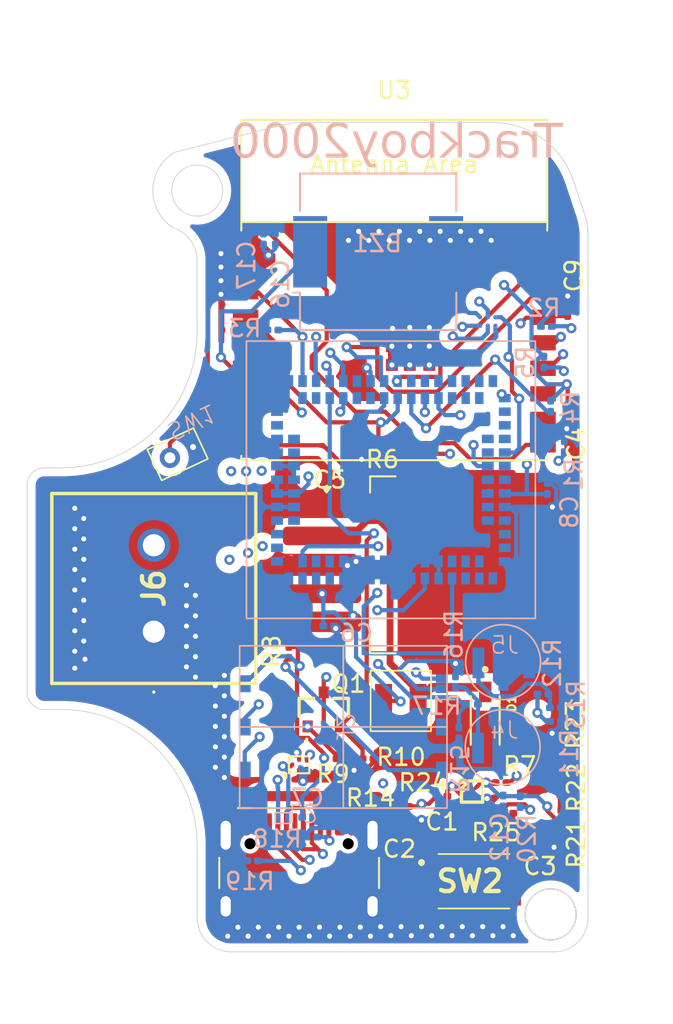
<source format=kicad_pcb>
(kicad_pcb (version 20240108) (generator "pcbnew") (generator_version "8.0")
  (layers (0 "F.Cu" signal) (1 "In1.Cu" signal) (2 "In2.Cu" signal) (31 "B.Cu" jumper) (34 "B.Paste" user) (35 "F.Paste" user) (36 "B.SilkS" user "B.Silkscreen") (37 "F.SilkS" user "F.Silkscreen") (38 "B.Mask" user) (39 "F.Mask" user) (44 "Edge.Cuts" user))
  (net 0 "")
  (net 1 "GND")
  (net 2 "LTE_TX0")
  (net 3 "P2{slash}GPIO0{slash}3V3_EN")
  (net 4 "LTE_RST")
  (net 5 "+3V3")
  (net 6 "LTE_RTS0")
  (net 7 "LTE_CTS0")
  (net 8 "LTE_RX0")
  (net 9 "Net-(D1-K)")
  (net 10 "GNSS_EN")
  (net 14 "LTE_CTS1")
  (net 15 "LTE_RX2")
  (net 17 "VSIM")
  (net 19 "VBUS")
  (net 21 "SIM_CLK")
  (net 22 "RES{slash}FFF_FFH")
  (net 26 "LTE_ANT")
  (net 27 "LTE_TX1")
  (net 34 "JTAG_TRSTN")
  (net 35 "LTE_RTS1")
  (net 37 "LTE_WAKE")
  (net 40 "LTE_TX2")
  (net 45 "GNSS_RF")
  (net 46 "SIM_IO")
  (net 49 "PS_STATUS")
  (net 50 "JTAG_TCK")
  (net 54 "JTAG_TDI")
  (net 55 "LTE_RX1")
  (net 57 "JTAG_TMS")
  (net 58 "SIM_DETECT")
  (net 63 "1V8_LTE")
  (net 65 "SIM_RST")
  (net 72 "JTAG_TDO")
  (net 73 "Net-(FL1-Pad1)")
  (net 74 "Net-(FL1-Pad4)")
  (net 76 "Net-(U5-RF_IN)")
  (net 77 "Net-(J5-SIG)")
  (net 78 "Net-(J4-SIG)")
  (net 79 "Net-(J1-CC2)")
  (net 80 "Net-(J1-CC1)")
  (net 83 "USB_D-")
  (net 84 "USB_D+")
  (net 85 "+1V8")
  (net 86 "Net-(J2-CD)")
  (net 87 "Net-(R21-Pad2)")
  (net 88 "Net-(R22-Pad2)")
  (net 89 "P0{slash}RX0")
  (net 90 "P1{slash}TX0")
  (net 91 "BUZZ+")
  (net 92 "SW_OUT")
  (net 93 "Net-(GM02SP1-VBAT-Pad60)")
  (net 94 "RST")
  (net 95 "Net-(U4-VIN)")
  (footprint "Capacitor_SMD:C_0201_0603Metric" (layer "F.Cu") (at 147.28 108.8)
    (property "Reference" "C2")
    (property "Value" "10uF")
  )
  (footprint "Capacitor_SMD:C_0201_0603Metric" (layer "F.Cu") (at 156.8 78.055 90)
    (property "Reference" "C9")
    (property "Value" "DNP")
  )
  (footprint "1N5819HW-7-F:SOD3715X145N" (layer "F.Cu") (at 151.95 102.15 -90)
    (property "Reference" "D1")
    (property "Value" "1N5819")
  )
  (footprint "Resistor_SMD:R_0201_0603Metric" (layer "F.Cu") (at 147.145 107.2)
    (property "Reference" "R14")
    (property "Value" "0")
  )
  (footprint "Filter:Filter_1109-5_1.1x0.9mm" (layer "F.Cu") (at 141 104.75)
    (property "Reference" "FL1" (hide yes))
    (property "Value" "B39162B8813P810")
  )
  (footprint "Capacitor_SMD:C_0201_0603Metric" (layer "F.Cu") (at 144 87.88 90)
    (property "Reference" "C5")
    (property "Value" "100uF")
  )
  (footprint "Resistor_SMD:R_0201_0603Metric" (layer "F.Cu") (at 152.88 105.8)
    (property "Reference" "R7")
    (property "Value" "100k")
  )
  (footprint "Resistor_SMD:R_0201_0603Metric" (layer "F.Cu") (at 145.345 87.6)
    (property "Reference" "R6")
    (property "Value" "100k")
  )
  (footprint "Connector_USB:USB_C_Receptacle_HCTL_HC-TYPE-C-16P-01A" (layer "F.Cu") (at 141 112)
    (property "Reference" "J1" (hide yes))
    (property "Value" "USB_C_Receptacle_USB2.0_16P")
  )
  (footprint "Resistor_SMD:R_0201_0603Metric" (layer "F.Cu") (at 156.4 104.655 90)
    (property "Reference" "R23")
    (property "Value" "10k")
  )
  (footprint "Inductor_SMD:Inductor 0.47uH" (layer "F.Cu") (at 145.206 99.222)
    (property "Reference" "L1" (hide yes))
    (property "Value" "0.47uH")
  )
  (footprint "Capacitor_SMD:C_0201_0603Metric" (layer "F.Cu") (at 156.8 84.2 -90)
    (property "Reference" "C4")
    (property "Value" "1uF")
  )
  (footprint "PCM_Espressif:ESP32-C3-WROOM-02" (layer "F.Cu") (at 146.6 79.85)
    (property "Reference" "U3")
    (property "Value" "ESP32-C3-WROOM-02")
  )
  (footprint "Resistor_SMD:R_0201_0603Metric" (layer "F.Cu") (at 156.4 107.745 90)
    (property "Reference" "R21")
    (property "Value" "100k")
  )
  (footprint "Resistor_SMD:R_0201_0603Metric" (layer "F.Cu") (at 145.055 104.4 180)
    (property "Reference" "R10")
    (property "Value" "100k")
  )
  (footprint "Resistor_SMD:R_0201_0603Metric" (layer "F.Cu") (at 143.52 104.4 180)
    (property "Reference" "R9")
    (property "Value" "100k")
  )
  (footprint "Resistor_SMD:R_0201_0603Metric" (layer "F.Cu") (at 153.28 107.6)
    (property "Reference" "R25")
    (property "Value" "10k")
  )
  (footprint "Capacitor_SMD:C_0201_0603Metric" (layer "F.Cu") (at 155.12 109.6)
    (property "Reference" "C3")
    (property "Value" "10uF")
  )
  (footprint "Resistor_SMD:R_0201_0603Metric" (layer "F.Cu") (at 149.4 106.6 180)
    (property "Reference" "R24")
    (property "Value" "0")
  )
  (footprint "Resistor_SMD:R_0201_0603Metric" (layer "F.Cu") (at 140.4 98.145 90)
    (property "Reference" "R8")
    (property "Value" "4.7k")
  )
  (footprint "Module:BGA4C35P2X2_66X66X40" (layer "F.Cu") (at 151.175 106.325)
    (property "Reference" "IC1" (hide yes))
    (property "Value" "TPS7A0518PYKAR" (hide yes))
  )
  (footprint "NX3008PBK,215:NX3008PBK215" (layer "F.Cu") (at 142.45 101.5)
    (property "Reference" "Q1")
    (property "Value" "NX3008PBK,215" (hide yes))
  )
  (footprint "Capacitor_SMD:C_0201_0603Metric" (layer "F.Cu") (at 147.255 108)
    (property "Reference" "C1")
    (property "Value" "100nF")
  )
  (footprint "Switch_fra_tutorial:PTS815SJK250SMTRLFS" (layer "F.Cu") (at 151.3 111.6)
    (property "Reference" "SW2")
    (property "Value" "SW_RST" (hide yes))
  )
  (footprint "Package_TO_SOT_SMD:TO-263-5_TabPin3" (layer "F.Cu") (at 150 93)
    (property "Reference" "U4" (hide yes))
    (property "Value" "LM2575-3.3BU")
  )
  (footprint "158130:1548130" (layer "F.Cu") (at 132.449999 96.93 90)
    (property "Reference" "J6")
    (property "Value" "1548130" (hide yes))
  )
  (footprint "Resistor_SMD:R_0201_0603Metric" (layer "F.Cu") (at 156.345 106.2 90)
    (property "Reference" "R22")
    (property "Value" "10k")
  )
  (footprint "Resistor_SMD:R_0201_0603Metric" (layer "B.Cu") (at 155.4 81.08 -90)
    (property "Reference" "R5")
    (property "Value" "100k")
  )
  (footprint "Resistor_SMD:R_0201_0603Metric" (layer "B.Cu") (at 150.4 102.88 90)
    (property "Reference" "R15")
    (property "Value" "DNP")
  )
  (footprint "Capacitor_SMD:C_0201_0603Metric" (layer "B.Cu") (at 138.9 73.85 90)
    (property "Reference" "C17")
    (property "Value" "100nF")
  )
  (footprint "Resistor_SMD:R_0201_0603Metric" (layer "B.Cu") (at 155.345 100.6 180)
    (property "Reference" "R12")
    (property "Value" "0R0")
  )
  (footprint "Buzzer_Beeper:Buzzer_CUI_CPT-9019S-SMT" (layer "B.Cu") (at 145.65 74.6)
    (property "Reference" "BZ1")
    (property "Value" "Buzzer")
  )
  (footprint "RF:SIM8055-6-1-14-01-A" (layer "B.Cu") (at 149.7 107.3 90)
    (property "Reference" "J2")
    (property "Value" "SIM8055-6-1-14-00-1" (hide yes))
  )
  (footprint "Capacitor_SMD:C_0201_0603Metric" (layer "B.Cu") (at 139.6 73.85 90)
    (property "Reference" "C16")
    (property "Value" "10uF")
  )
  (footprint "Resistor_SMD:R_0201_0603Metric" (layer "B.Cu") (at 141.745 109 180)
    (property "Reference" "R18")
    (property "Value" "5.1k")
  )
  (footprint "Resistor_SMD:R_0201_0603Metric" (layer "B.Cu") (at 155.55 78.99 180)
    (property "Reference" "R2")
    (property "Value" "100k")
  )
  (footprint "Resistor_SMD:R_0201_0603Metric" (layer "B.Cu") (at 138.255 110.4 180)
    (property "Reference" "R19")
    (property "Value" "5.1k")
  )
  (footprint "Capacitor_SMD:C_0201_0603Metric" (layer "B.Cu") (at 153 106.88 -90)
    (property "Reference" "C12")
    (property "Value" "1uF")
  )
  (footprint "Resistor_SMD:R_0201_0603Metric" (layer "B.Cu") (at 156.08 101.4 180)
    (property "Reference" "R13")
    (property "Value" "DNP")
  )
  (footprint "RF_Module:Sequans Monarch 2 GM02SP" (layer "B.Cu") (at 154.9 96.15 90)
    (property "Reference" "GM02SP1" (hide yes))
    (property "Value" "~" (hide yes))
  )
  (footprint "Resistor_SMD:R_0201_0603Metric" (layer "B.Cu") (at 156.08 102.2 180)
    (property "Reference" "R11")
    (property "Value" "DNP")
  )
  (footprint "RF:BGU8019" (layer "B.Cu") (at 151.55 78.35 -90)
    (property "Reference" "U5" (hide yes))
    (property "Value" "BGU8019")
  )
  (footprint "RF_Antenna:CONUFL001-SMD-T" (layer "B.Cu") (at 154.55 97.468 180)
    (property "Reference" "J5")
    (property "Value" "CONUFL001-SMD-T" (hide yes))
  )
  (footprint "Resistor_SMD:R_0201_0603Metric" (layer "B.Cu") (at 156.6 86.055 90)
    (property "Reference" "R1")
    (property "Value" "100k")
  )
  (footprint "Capacitor_SMD:C_0201_0603Metric" (layer "B.Cu") (at 155.6 88.52 90)
    (property "Reference" "C8")
    (property "Value" "100uF")
  )
  (footprint "Resistor_SMD:R_0201_0603Metric" (layer "B.Cu") (at 150.2 99.88 -90)
    (property "Reference" "R16")
    (property "Value" "DNP")
  )
  (footprint "Resistor_SMD:R_0201_0603Metric" (layer "B.Cu") (at 154 106.92 90)
    (property "Reference" "R20")
    (property "Value" "100k")
  )
  (footprint "RF_Antenna:CONUFL001-SMD-T" (layer "B.Cu") (at 154.524 102.468 180)
    (property "Reference" "J4")
    (property "Value" "CONUFL001-SMD-T" (hide yes))
  )
  (footprint "Inductor_SMD:LQW03AW10NJ00D" (layer "B.Cu") (at 139.6 108.2)
    (property "Reference" "L2")
    (property "Value" "LQW03AW10NJ00D" (hide yes))
  )
  (footprint "Adafruit_vibrations_sensor_flat:Adafruit_vibration_sensor_tall" (layer "B.Cu") (at 134.303154 86.288691 25)
    (property "Reference" "SW1")
    (property "Value" "Tilt switch")
  )
  (footprint "Capacitor_SMD:C_0201_0603Metric" (layer "B.Cu") (at 142.745 96.6)
    (property "Reference" "C6")
    (property "Value" "100uF")
  )
  (footprint "Resistor_SMD:R_0201_0603Metric" (layer "B.Cu") (at 139.455 79.2 180)
    (property "Reference" "R3")
    (property "Value" "100k")
  )
  (footprint "Resistor_SMD:R_0201_0603Metric" (layer "B.Cu") (at 151.2 101.2 180)
    (property "Reference" "R17")
    (property "Value" "0R0")
  )
  (footprint "Resistor_SMD:R_0201_0603Metric" (layer "B.Cu") (at 155.8 83.68 -90)
    (property "Reference" "R4")
    (property "Value" "100k")
  )
  (footprint "Capacitor_SMD:C_0201_0603Metric" (layer "B.Cu") (at 141.5 107.85)
    (property "Reference" "C7")
    (property "Value" "100uF")
  )
  (gr_line (start 157.13962 70.418862) (end 157.794733 72.3842) (stroke (width 0.05)) (layer "Edge.Cuts"))
  (gr_line (start 126 101.5) (end 127 101.5) (stroke (width 0.05)) (layer "Edge.Cuts"))
  (gr_arc (start 133.600001 73.199999) (mid 132.392807 70.949604) (end 133.686065 68.747541) (stroke (width 0.05)) (layer "Edge.Cuts"))
  (gr_arc (start 134.99507 79.295073) (mid 132.653666 84.955102) (end 126.995072 87.3) (stroke (width 0.05)) (layer "Edge.Cuts"))
  (gr_line (start 134.992487 75.1) (end 134.99507 79.295073) (stroke (width 0.05)) (layer "Edge.Cuts"))
  (gr_arc (start 126 101.5) (mid 125.292893 101.207107) (end 125 100.5) (stroke (width 0.05)) (layer "Edge.Cuts"))
  (gr_arc (start 127 101.5) (mid 132.656854 103.843146) (end 135 109.5) (stroke (width 0.05)) (layer "Edge.Cuts"))
  (gr_arc (start 140.000956 67.152288) (mid 140.608549 67.038215) (end 141.225574 67) (stroke (width 0.05)) (layer "Edge.Cuts"))
  (gr_circle (center 155.8 113.55) (end 157.3 113.55) (stroke (width 0.1)) (fill none) (layer "Edge.Cuts"))
  (gr_arc (start 133.600001 73.199999) (mid 134.607094 73.922182) (end 134.992487 75.1) (stroke (width 0.05)) (layer "Edge.Cuts"))
  (gr_line (start 140.000956 67.152288) (end 133.686065 68.747541) (stroke (width 0.05)) (layer "Edge.Cuts"))
  (gr_line (start 158 73.649111) (end 158 113.75) (stroke (width 0.05)) (layer "Edge.Cuts"))
  (gr_arc (start 158 113.75) (mid 157.414214 115.164214) (end 156 115.75) (stroke (width 0.05)) (layer "Edge.Cuts"))
  (gr_arc (start 125 88.3) (mid 125.292893 87.592893) (end 126 87.3) (stroke (width 0.05)) (layer "Edge.Cuts"))
  (gr_arc (start 152.396204 67) (mid 155.319756 67.943789) (end 157.13962 70.418862) (stroke (width 0.05)) (layer "Edge.Cuts"))
  (gr_arc (start 137 115.75) (mid 135.585786 115.164214) (end 135 113.75) (stroke (width 0.05)) (layer "Edge.Cuts"))
  (gr_line (start 135 113.75) (end 135 109.5) (stroke (width 0.05)) (layer "Edge.Cuts"))
  (gr_line (start 156 115.75) (end 137 115.75) (stroke (width 0.05)) (layer "Edge.Cuts"))
  (gr_line (start 125 88.3) (end 125 100.5) (stroke (width 0.05)) (layer "Edge.Cuts"))
  (gr_circle (center 135 71) (end 136.5 71) (stroke (width 0.05)) (fill none) (layer "Edge.Cuts"))
  (gr_line (start 141.225574 67) (end 152.396204 67) (stroke (width 0.05)) (layer "Edge.Cuts"))
  (gr_arc (start 157.794733 72.3842) (mid 157.948348 73.008382) (end 158 73.649111) (stroke (width 0.05)) (layer "Edge.Cuts"))
  (gr_line (start 126.995072 87.3) (end 126 87.3) (stroke (width 0.05)) (layer "Edge.Cuts"))
  (gr_text "Trackboy2000" (at 146.74 69.4 0) (layer "B.SilkS") (effects (font (size 2 2) (thickness 0.15) (italic yes)) (justify bottom mirror)))
  (segment (start 145.375 104.4) (end 145.375 104.599999) (width 0.25) (layer "F.Cu") (net 1))
  (segment (start 141 105.05) (end 141 105.5) (width 0.25) (layer "F.Cu") (net 1))
  (segment (start 141 105.5) (end 141.221256 105.721256) (width 0.25) (layer "F.Cu") (net 1))
  (segment (start 156.4 103.4133) (end 155.886699 102.899999) (width 0.25) (layer "F.Cu") (net 1))
  (segment (start 150.2 98.8) (end 150.2 96.9) (width 0.25) (layer "F.Cu") (net 1))
  (segment (start 149.05 112.55) (end 149.05 112.675) (width 0.25) (layer "F.Cu") (net 1))
  (segment (start 156.4 104.335) (end 156.4 103.4133) (width 0.25) (layer "F.Cu") (net 1))
  (segment (start 152.058058 106.741942) (end 151.627297 106.741942) (width 0.25) (layer "F.Cu") (net 1))
  (segment (start 141 104.183884) (end 140.85 104.033884) (width 0.25) (layer "F.Cu") (net 1))
  (segment (start 147.6 108.8) (end 147.6 108.025) (width 0.25) (layer "F.Cu") (net 1))
  (segment (start 137.8 108.255) (end 137.32 108.255) (width 0.25) (layer "F.Cu") (net 1))
  (segment (start 156.8 77.735) (end 156.8 77.2) (width 0.25) (layer "F.Cu") (net 1))
  (segment (start 144 87.475) (end 144.675 86.8) (width 0.25) (layer "F.Cu") (net 1))
  (segment (start 142.814928 96.4) (end 143.154137 96.739209) (width 0.25) (layer "F.Cu") (net 1))
  (segment (start 144.891941 105.083058) (end 144.233058 105.083058) (width 0.25) (layer "F.Cu") (net 1))
  (segment (start 141.35 105.05) (end 141.4 105) (width 0.25) (layer "F.Cu") (net 1))
  (segment (start 144.2 108.255) (end 144.68 108.255) (width 0.25) (layer "F.Cu") (net 1))
  (segment (start 145.375 104.599999) (end 144.891941 105.083058) (width 0.25) (layer "F.Cu") (net 1))
  (segment (start 147.575 108) (end 148.2 108) (width 0.25) (layer "F.Cu") (net 1))
  (segment (start 156.8 84.95) (end 156.75 85) (width 0.25) (layer "F.Cu") (net 1))
  (segment (start 141 104.45) (end 141 104.183884) (width 0.25) (layer "F.Cu") (net 1))
  (segment (start 144 87.56) (end 144 87.475) (width 0.25) (layer "F.Cu") (net 1))
  (segment (start 151.95 103.83) (end 154.956698 103.83) (width 0.25) (layer "F.Cu") (net 1))
  (segment (start 144.68 108.255) (end 145.32 108.895) (width 0.25) (layer "F.Cu") (net 1))
  (segment (start 142.35 93) (end 144.15 93) (width 0.25) (layer "F.Cu") (net 1))
  (segment (start 137.32 108.255) (end 136.68 108.895) (width 0.25) (layer "F.Cu") (net 1))
  (segment (start 148 111.5) (end 148 109.2) (width 0.25) (layer "F.Cu") (net 1))
  (segment (start 144 87.56) (end 142.415 85.975) (width 0.25) (layer "F.Cu") (net 1))
  (segment (start 150.2 96.9) (end 149.075 95.775) (width 0.25) (layer "F.Cu") (net 1))
  (segment (start 142.35 93) (end 143.8 93) (width 0.25) (layer "F.Cu") (net 1))
  (segment (start 144.15 93) (end 144.35 92.8) (width 0.25) (layer "F.Cu") (net 1))
  (segment (start 156.8 84.52) (end 156.8 84.95) (width 0.25) (layer "F.Cu") (net 1))
  (segment (start 148 109.2) (end 147.6 108.8) (width 0.25) (layer "F.Cu") (net 1))
  (segment (start 142.35 96.4) (end 143.767306 96.4) (width 0.25) (layer "F.Cu") (net 1))
  (segment (start 149.05 112.675) (end 153.55 112.675) (width 0.25) (layer "F.Cu") (net 1))
  (segment (start 154.956698 103.83) (end 155.886699 102.899999) (width 0.25) (layer "F.Cu") (net 1))
  (segment (start 147.6 108.025) (end 147.575 108) (width 0.25) (layer "F.Cu") (net 1))
  (segment (start 143.8 93) (end 143.841942 93.041942) (width 0.25) (layer "F.Cu") (net 1))
  (segment (start 143.767306 96.4) (end 144.175001 95.992305) (width 0.25) (layer "F.Cu") (net 1))
  (segment (start 156 109.6) (end 155.44 109.6) (width 0.25) (layer "F.Cu") (net 1))
  (segment (start 142.35 96.4) (end 142.814928 96.4) (width 0.25) (layer "F.Cu") (net 1))
  (segment (start 142.415 85.975) (end 137.825 85.975) (width 0.25) (layer "F.Cu") (net 1))
  (segment (start 151.627297 106.741942) (end 151.460355 106.575) (width 0.25) (layer "F.Cu") (net 1))
  (segment (start 148 111.5) (end 149.05 112.55) (width 0.25) (layer "F.Cu") (net 1))
  (segment (start 141 105.05) (end 141.35 105.05) (width 0.25) (layer "F.Cu") (net 1))
  (via (at 142.8 114.82915) (size 0.6) (drill 0.3) (layers "F.Cu" "B.Cu") (net 1))
  (via (at 142.2 114.3) (size 0.6) (drill 0.3) (layers "F.Cu" "B.Cu") (net 1))
  (via (at 138 114.82915) (size 0.6) (drill 0.3) (layers "F.Cu" "B.Cu") (net 1))
  (via (at 128.32915 97.47915) (size 0.6) (drill 0.3) (layers "F.Cu" "B.Cu") (net 1))
  (via (at 140.85 104.033884) (size 0.6) (drill 0.3) (layers "F.Cu" "B.Cu") (net 1))
  (via (at 136.8 114.82915) (size 0.6) (drill 0.3) (layers "F.Cu" "B.Cu") (net 1))
  (via (at 141 114.3) (size 0.6) (drill 0.3) (layers "F.Cu" "B.Cu") (net 1))
  (via (at 128.4 98.55) (size 0.6) (drill 0.3) (layers "F.Cu" "B.Cu") (net 1))
  (via (at 145.2 114.82915) (size 0.6) (drill 0.3) (layers "F.Cu" "B.Cu") (net 1))
  (via (at 147.51 81.25) (size 0.6) (drill 0.3) (layers "F.Cu" "B.Cu") (net 1))
  (via (at 127.8 92.07915) (size 0.6) (drill 0.3) (layers "F.Cu" "B.Cu") (net 1))
  (via (at 144.675 86.8) (size 0.6) (drill 0.3) (layers "F.Cu" "B.Cu") (net 1))
  (via (at 155.9 89.6) (size 0.6) (drill 0.3) (layers "F.Cu" "B.Cu") (net 1))
  (via (at 147 114.27085) (size 0.6) (drill 0.3) (layers "F.Cu" "B.Cu") (net 1))
  (via (at 150 114.8) (size 0.6) (drill 0.3) (layers "F.Cu" "B.Cu") (net 1))
  (via (at 134.37085 99) (size 0.6) (drill 0.3) (layers "F.Cu" "B.Cu") (net 1))
  (via (at 153 114.27085) (size 0.6) (drill 0.3) (layers "F.Cu" "B.Cu") (net 1))
  (via (at 148.66 81.25) (size 0.6) (drill 0.3) (layers "F.Cu" "B.Cu") (net 1))
  (via (at 150.5 73.4) (size 0.6) (drill 0.3) (layers "F.Cu" "B.Cu") (net 1))
  (via (at 141.6 114.82915) (size 0.6) (drill 0.3) (layers "F.Cu" "B.Cu") (net 1))
  (via (at 146.46 80.15) (size 0.6) (drill 0.3) (layers "F.Cu" "B.Cu") (net 1))
  (via (at 148.66 79.05) (size 0.6) (drill 0.3) (layers "F.Cu" "B.Cu") (net 1))
  (via (at 143.9 73.92915) (size 0.6) (drill 0.3) (layers "F.Cu" "B.Cu") (net 1))
  (via (at 140.4 114.82915) (size 0.6) (drill 0.3) (layers "F.Cu" "B.Cu") (net 1))
  (via (at 147.51 79.05) (size 0.6) (drill 0.3) (layers "F.Cu" "B.Cu") (net 1))
  (via (at 127.8 98.07915) (size 0.6) (drill 0.3) (layers "F.Cu" "B.Cu") (net 1))
  (via (at 151.2 114.8) (size 0.6) (drill 0.3) (layers "F.Cu" "B.Cu") (net 1))
  (via (at 136.6 99.5) (size 0.6) (drill 0.3) (layers "F.Cu" "B.Cu") (net 1))
  (via (at 136.6 101.9) (size 0.6) (drill 0.3) (layers "F.Cu" "B.Cu") (net 1))
  (via (at 153.6 114.8) (size 0.6) (drill 0.3) (layers "F.Cu" "B.Cu") (net 1))
  (via (at 145.8 114.27085) (size 0.6) (drill 0.3) (layers "F.Cu" "B.Cu") (net 1))
  (via (at 146.4 114.8) (size 0.6) (drill 0.3) (layers "F.Cu" "B.Cu") (net 1))
  (via (at 127.8 93.27915) (size 0.6) (drill 0.3) (layers "F.Cu" "B.Cu") (net 1))
  (via (at 134.37085 95.4) (size 0.6) (drill 0.3) (layers "F.Cu" "B.Cu") (net 1))
  (via (at 128.32915 95.07915) (size 0.6) (drill 0.3) (layers "F.Cu" "B.Cu") (net 1))
  (via (at 128.32915 93.87915) (size 0.6) (drill 0.3) (layers "F.Cu" "B.Cu") (net 1))
  (via (at 127.8 95.67915) (size 0.6) (drill 0.3) (layers "F.Cu" "B.Cu") (net 1))
  (via (at 134.9 97.2) (size 0.6) (drill 0.3) (layers "F.Cu" "B.Cu") (net 1))
  (via (at 146.9 73.4) (size 0.6) (drill 0.3) (layers "F.Cu" "B.Cu") (net 1))
  (via (at 127.8 90.87915) (size 0.6) (drill 0.3) (layers "F.Cu" "B.Cu") (net 1))
  (via (at 143.154137 96.739209) (size 0.6) (drill 0.3) (layers "F.Cu" "B.Cu") (net 1))
  (via (at 156 109.6) (size 0.6) (drill 0.3) (layers "F.Cu" "B.Cu") (net 1))
  (via (at 149.9 73.92915) (size 0.6) (drill 0.3) (layers "F.Cu" "B.Cu") (net 1))
  (via (at 143.4 114.3) (size 0.6) (drill 0.3) (layers "F.Cu" "B.Cu") (net 1))
  (via (at 145.1 73.92915) (size 0.6) (drill 0.3) (layers "F.Cu" "B.Cu") (net 1))
  (via (at 156.75 85) (size 0.6) (drill 0.3) (layers "F.Cu" "B.Cu") (net 1))
  (via (at 147.6 114.8) (size 0.6) (drill 0.3) (layers "F.Cu" "B.Cu") (net 1))
  (via (at 127.8 99.07915) (size 0.6) (drill 0.3) (layers "F.Cu" "B.Cu") (net 1))
  (via (at 150.2 98.8) (size 0.6) (drill 0.3) (layers "F.Cu" "B.Cu") (net 1))
  (via (at 144 114.82915) (size 0.6) (drill 0.3) (layers "F.Cu" "B.Cu") (net 1))
  (via (at 152.4 114.8) (size 0.6) (drill 0.3) (layers "F.Cu" "B.Cu") (net 1))
  (via (at 155.886699 102.899999) (size 0.6) (drill 0.3) (layers "F.Cu" "B.Cu") (net 1))
  (via (at 147.5 73.92915) (size 0.6) (drill 0.3) (layers "F.Cu" "B.Cu") (net 1))
  (via (at 139.2 114.82915) (size 0.6) (drill 0.3) (layers "F.Cu" "B.Cu") (net 1))
  (via (at 136.6 104.3) (size 0.6) (drill 0.3) (layers "F.Cu" "B.Cu") (net 1))
  (via (at 145.7 73.4) (size 0.6) (drill 0.3) (layers "F.Cu" "B.Cu") (net 1))
  (via (at 136.4 76.3) (size 0.6) (drill 0.3) (layers "F.Cu" "B.Cu") (net 1))
  (via (at 127.8 94.47915) (size 0.6) (drill 0.3) (layers "F.Cu" "B.Cu") (net 1))
  (via (at 147.51 80.15) (size 0.6) (drill 0.3) (layers "F.Cu" "B.Cu") (net 1))
  (via (at 136.07085 101.3) (size 0.6) (drill 0.3) (layers "F.Cu" "B.Cu") (net 1))
  (via (at 138.6 114.3) (size 0.6) (drill 0.3) (layers "F.Cu" "B.Cu") (net 1))
  (via (at 151.8 114.27085) (size 0.6) (drill 0.3) (layers "F.Cu" "B.Cu") (net 1))
  (via (at 139.8 114.3) (size 0.6) (drill 0.3) (layers "F.Cu" "B.Cu") (net 1))
  (via (at 134.9 99.6) (size 0.6) (drill 0.3) (layers "F.Cu" "B.Cu") (net 1))
  (via (at 136.4 74.706416) (size 0.6) (drill 0.3) (layers "F.Cu" "B.Cu") (net 1))
  (via (at 148.7 73.92915) (size 0.6) (drill 0.3) (layers "F.Cu" "B.Cu") (net 1))
  (via (at 146.5 79.1) (size 0.6) (drill 0.3) (layers "F.Cu" "B.Cu") (net 1))
  (via (at 143.841942 93.041942) (size 0.6) (drill 0.3) (layers "F.Cu" "B.Cu") (net 1))
  (via (at 144.975 81.425) (size 0.6) (drill 0.3) (layers "F.Cu" "B.Cu") (net 1))
  (via (at 136.4 75.5) (size 0.6) (drill 0.3) (layers "F.Cu" "B.Cu") (net 1))
  (via (at 146.3 73.92915) (size 0.6) (drill 0.3) (layers "F.Cu" "B.Cu") (net 1))
  (via (at 152.058058 106.741942) (size 0.6) (drill 0.3) (layers "F.Cu" "B.Cu") (net 1))
  (via (at 136.07085 100.1) (size 0.6) (drill 0.3) (layers "F.Cu" "B.Cu") (net 1))
  (via (at 149.3 73.4) (size 0.6) (drill 0.3) (layers "F.Cu" "B.Cu") (net 1))
  (via (at 134.9 98.4) (size 0.6) (drill 0.3) (layers "F.Cu" "B.Cu") (net 1))
  (via (at 152.3 73.92915) (size 0.6) (drill 0.3) (layers "F.Cu" "B.Cu") (net 1))
  (via (at 144.35 92.8) (size 0.6) (drill 0.3) (layers "F.Cu" "B.Cu") (net 1))
  (via (at 144.175001 95.992305) (size 0.6) (drill 0.3) (layers "F.Cu" "B.Cu") (net 1))
  (via (at 136.4 77.1) (size 0.6) (drill 0.3) (layers "F.Cu" "B.Cu") (net 1))
  (via (at 128.32915 90.27915) (size 0.6) (drill 0.3) (layers "F.Cu" "B.Cu") (net 1))
  (via (at 136.07085 103.7) (size 0.6) (drill 0.3) (layers "F.Cu" "B.Cu") (net 1))
  (via (at 144.233058 105.083058) (size 0.6) (drill 0.3) (layers "F.Cu" "B.Cu") (net 1))
  (via (at 134.37085 94.2) (size 0.6) (drill 0.3) (layers "F.Cu" "B.Cu") (net 1))
  (via (at 134.9 96) (size 0.6) (drill 0.3) (layers "F.Cu" "B.Cu") (net 1))
  (via (at 148.2 114.27085) (size 0.6) (drill 0.3) (layers "F.Cu" "B.Cu") (net 1))
  (via (at 134.37085 97.8) (size 0.6) (drill 0.3) (layers "F.Cu" "B.Cu") (net 1))
  (via (at 137.4 114.3) (size 0.6) (drill 0.3) (layers "F.Cu" "B.Cu") (net 1))
  (via (at 128.32915 92.67915) (size 0.6) (drill 0.3) (layers "F.Cu" "B.Cu") (net 1))
  (via (at 144.5 73.4) (size 0.6) (drill 0.3) (layers "F.Cu" "B.Cu") (net 1))
  (via (at 134.37085 96.6) (size 0.6) (drill 0.3) (layers "F.Cu" "B.Cu") (net 1))
  (via (at 144.6 114.3) (size 0.6) (drill 0.3) (layers "F.Cu" "B.Cu") (net 1))
  (via (at 149.4 114.27085) (size 0.6) (drill 0.3) (layers "F.Cu" "B.Cu") (net 1))
  (via (at 156.8 77.2) (size 0.6) (drill 0.3) (layers "F.Cu" "B.Cu") (net 1))
  (via (at 148.66 80.15) (size 0.6) (drill 0.3) (layers "F.Cu" "B.Cu") (net 1))
  (via (at 150.6 114.27085) (size 0.6) (drill 0.3) (layers "F.Cu" "B.Cu") (net 1))
  (via (at 136.6 103.1) (size 0.6) (drill 0.3) (layers "F.Cu" "B.Cu") (net 1))
  (via (at 136.07085 102.5) (size 0.6) (drill 0.3) (layers "F.Cu" "B.Cu") (net 1))
  (via (at 127.8 96.87915) (size 0.6) (drill 0.3) (layers "F.Cu" "B.Cu") (net 1))
  (via (at 148.8 114.8) (size 0.6) (drill 0.3) (layers "F.Cu" "B.Cu") (net 1))
  (via (at 148.1 73.4) (size 0.6) (drill 0.3) (layers "F.Cu" "B.Cu") (net 1))
  (via (at 136.6 105.5) (size 0.6) (drill 0.3) (layers "F.Cu" "B.Cu") (net 1))
  (via (at 127.8 89.67915) (size 0.6) (drill 0.3) (layers "F.Cu" "B.Cu") (net 1))
  (via (at 128.32915 91.47915) (size 0.6) (drill 0.3) (layers "F.Cu" "B.Cu") (net 1))
  (via (at 128.32915 96.27915) (size 0.6) (drill 0.3) (layers "F.Cu" "B.Cu") (net 1))
  (via (at 134.9 94.8) (size 0.6) (drill 0.3) (layers "F.Cu" "B.Cu") (net 1))
  (via (at 136.07085 104.9) (size 0.6) (drill 0.3) (layers "F.Cu" "B.Cu") (net 1))
  (via (at 141.221256 105.721256) (size 0.6) (drill 0.3) (layers "F.Cu" "B.Cu") (net 1))
  (via (at 151.7 73.4) (size 0.6) (drill 0.3) (layers "F.Cu" "B.Cu") (net 1))
  (via (at 136.6 100.7) (size 0.6) (drill 0.3) (layers "F.Cu" "B.Cu") (net 1))
  (via (at 148.2 108) (size 0.6) (drill 0.3) (layers "F.Cu" "B.Cu") (net 1))
  (via (at 151.1 73.92915) (size 0.6) (drill 0.3) (layers "F.Cu" "B.Cu") (net 1))
  (via (at 146.46 81.25) (size 0.6) (drill 0.3) (layers "F.Cu" "B.Cu") (net 1))
  (segment (start 141.425 109) (end 141.425 108.806188) (width 0.25) (layer "B.Cu") (net 1))
  (segment (start 147.4 98.65) (end 150.05 98.65) (width 0.25) (layer "B.Cu") (net 1))
  (segment (start 155.2 79) (end 155.2 78.8) (width 0.25) (layer "B.Cu") (net 1))
  (segment (start 153.55 92.8) (end 153.775 92.575) (width 0.25) (layer "B.Cu") (net 1))
  (segment (start 144.9 108.475) (end 145.32 108.895) (width 0.25) (layer "B.Cu") (net 1))
  (segment (start 156.4 101.4) (end 156.4 102.393812) (width 0.25) (layer "B.Cu") (net 1))
  (segment (start 150.849 104.993) (end 152.507 104.993) (width 0.25) (layer "B.Cu") (net 1))
  (segment (start 150.05 98.65) (end 150.2 98.8) (width 0.25) (layer "B.Cu") (net 1))
  (segment (start 155.799999 88.2) (end 156.125 88.525001) (width 0.25) (layer "B.Cu") (net 1))
  (segment (start 156.125 88.525001) (end 156.125 89.375) (width 0.25) (layer "B.Cu") (net 1))
  (segment (start 152.2 80) (end 151.6 80.6) (width 0.25) (layer "B.Cu") (net 1))
  (segment (start 144.075 86.2) (end 144.675 86.8) (width 0.25) (layer "B.Cu") (net 1))
  (segment (start 156.4 101.4) (end 156.4 102.2) (width 0.25) (layer "B.Cu") (net 1))
  (segment (start 141.756188 108.475) (end 144.9 108.475) (width 0.25) (layer "B.Cu") (net 1))
  (segment (start 147.966066 100.29) (end 146.9 99.223934) (width 0.25) (layer "B.Cu") (net 1))
  (segment (start 155.893813 102.899999) (end 155.886699 102.899999) (width 0.25) (layer "B.Cu") (net 1))
  (segment (start 151.65 78.45) (end 151.4 78.2) (width 0.25) (layer "B.Cu") (net 1))
  (segment (start 155.15 98.768) (end 156.4 100.018) (width 0.25) (layer "B.Cu") (net 1))
  (segment (start 152.55 78.95) (end 152.55 79.25) (width 0.25) (layer "B.Cu") (net 1))
  (segment (start 156.125 89.375) (end 155.9 89.6) (width 0.25) (layer "B.Cu") (net 1))
  (segment (start 141.425 108.806188) (end 141.756188 108.475) (width 0.25) (layer "B.Cu") (net 1))
  (segment (start 153.775 89.975) (end 153.4 89.6) (width 0.25) (layer "B.Cu") (net 1))
  (segment (start 153.775 92.575) (end 153.775 89.975) (width 0.25) (layer "B.Cu") (net 1))
  (segment (start 153.4 89.6) (end 153.1 89.6) (width 0.25) (layer "B.Cu") (net 1))
  (segment (start 156.6 85.15) (end 156.75 85) (width 0.25) (layer "B.Cu") (net 1))
  (segment (start 136.4 74.706416) (end 137.576416 73.53) (width 0.25) (layer "B.Cu") (net 1))
  (segment (start 144 86.2) (end 144.075 86.2) (width 0.25) (layer "B.Cu") (net 1))
  (segment (start 136.68 109.145) (end 136.68 108.895) (width 0.25) (layer "B.Cu") (net 1))
  (segment (start 150.4 103.2) (end 150.4 104.544) (width 0.25) (layer "B.Cu") (net 1))
  (segment (start 146 83.2) (end 146 83.65) (width 0.25) (layer "B.Cu") (net 1))
  (segment (start 140.7 88) (end 140.7 87.5) (width 0.25) (layer "B.Cu") (net 1))
  (segment (start 153 107.2) (end 152.516116 107.2) (width 0.25) (layer "B.Cu") (net 1))
  (segment (start 153.1 92.8) (end 153.55 92.8) (width 0.25) (layer "B.Cu") (net 1))
  (segment (start 151 78.2) (end 150.6 77.8) (width 0.25) (layer "B.Cu") (net 1))
  (segment (start 152.6 79.3) (end 152.6 79.6) (width 0.25) (layer "B.Cu") (net 1))
  (segment (start 149.2 93.8) (end 149.2 92.8) (width 0.25) (layer "B.Cu") (net 1))
  (segment (start 154.55 98.768) (end 155.15 98.768) (width 0.25) (layer "B.Cu") (net 1))
  (segment (start 156.6 85.735) (end 156.6 85.15) (width 0.25) (layer "B.Cu") (net 1))
  (segment (start 153 104.5) (end 154.286698 104.5) (width 0.25) (layer "B.Cu") (net 1))
  (segment (start 139.135 78.535) (end 139 78.4) (width 0.25) (layer "B.Cu") (net 1))
  (segment (start 139.135 79.2) (end 139.135 78.535) (width 0.25) (layer "B.Cu") (net 1))
  (segment (start 145.2 82.2) (end 145.2 81.65) (width 0.25) (layer "B.Cu") (net 1))
  (segment (start 152.55 79.25) (end 152.6 79.3) (width 0.25) (layer "B.Cu") (net 1))
  (segment (start 149.4 100.29) (end 147.966066 100.29) (width 0.25) (layer "B.Cu") (net 1))
  (segment (start 151.4 78.2) (end 151 78.2) (width 0.25) (layer "B.Cu") (net 1))
  (segment (start 145.2 81.65) (end 144.975 81.425) (width 0.25) (layer "B.Cu") (net 1))
  (segment (start 140.4 87.2) (end 139.7 87.2) (width 0.25) (layer "B.Cu") (net 1))
  (segment (start 140.7 87.5) (end 140.4 87.2) (width 0.25) (layer "B.Cu") (net 1))
  (segment (start 155.6 88.2) (end 155.799999 88.2) (width 0.25) (layer "B.Cu") (net 1))
  (segment (start 137.576416 73.53) (end 139.6 73.53) (width 0.25) (layer "B.Cu") (net 1))
  (segment (start 137.935 110.4) (end 136.68 109.145) (width 0.25) (layer "B.Cu") (net 1))
  (segment (start 145 84) (end 144.8 84.2) (width 0.25) (layer "B.Cu") (net 1))
  (segment (start 150.2 99.56) (end 150.2 98.8) (width 0.25) (layer "B.Cu") (net 1))
  (segment (start 155.2 78.8) (end 156.8 77.2) (width 0.25) (layer "B.Cu") (net 1))
  (segment (start 154.286698 104.5) (end 155.886699 102.899999) (width 0.25) (layer "B.Cu") (net 1))
  (segment (start 156.4 100.018) (end 156.4 101.4) (width 0.25) (layer "B.Cu") (net 1))
  (segment (start 152.516116 107.2) (end 152.058058 106.741942) (width 0.25) (layer "B.Cu") (net 1))
  (segment (start 146.9 99.223934) (end 146.9 99.15) (width 0.25) (layer "B.Cu") (net 1))
  (segment (start 153.1 89.6) (end 155.9 89.6) (width 0.25) (layer "B.Cu") (net 1))
  (segment (start 138.9 73.53) (end 139.6 73.53) (width 0.25) (layer "B.Cu") (net 1))
  (segment (start 152.6 79.6) (end 152.2 80) (width 0.25) (layer "B.Cu") (net 1))
  (segment (start 145.65 84) (end 145 84) (width 0.25) (layer "B.Cu") (net 1))
  (segment (start 156.4 102.393812) (end 155.893813 102.899999) (width 0.25) (layer "B.Cu") (net 1))
  (segment (start 153.818 99.5) (end 154.55 98.768) (width 0.25) (layer "B.Cu") (net 1))
  (segment (start 146 83.65) (end 145.65 84) (width 0.25) (layer "B.Cu") (net 1))
  (segment (start 140.7 89.6) (end 138.8 89.6) (width 0.25) (layer "B.Cu") (net 1))
  (segment (start 146.9 99.15) (end 147.4 98.65) (width 0.25) (layer "B.Cu") (net 1))
  (segment (start 153.026 99.5) (end 153.818 99.5) (width 0.25) (layer "B.Cu") (net 1))
  (segment (start 152.507 104.993) (end 153 104.5) (width 0.25) (layer "B.Cu") (net 1))
  (segment (start 150.4 104.544) (end 150.849 104.993) (width 0.25) (layer "B.Cu") (net 1))
  (segment (start 145.6 80.2) (end 145.6 81.933882) (width 0.25) (layer "F.Cu") (net 2))
  (segment (start 143.8 80.2) (end 145.6 80.2) (width 0.25) (layer "F.Cu") (net 2))
  (segment (start 154.975 76.975) (end 155.325 76.975) (width 0.25) (layer "F.Cu") (net 2))
  (segment (start 145.6 81.933882) (end 146.491118 82.825) (width 0.25) (layer "F.Cu") (net 2))
  (segment (start 149.125 82.825) (end 154.975 76.975) (width 0.25) (layer "F.Cu") (net 2))
  (segment (start 146.491118 82.825) (end 149.125 82.825) (width 0.25) (layer "F.Cu") (net 2))
  (via (at 143.8 80.2) (size 0.6) (drill 0.3) (layers "F.Cu" "B.Cu") (net 2))
  (segment (start 143.8 80.2) (end 144.4 80.8) (width 0.25) (layer "B.Cu") (net 2))
  (segment (start 144.4 80.8) (end 145.81 80.8) (width 0.25) (layer "B.Cu") (net 2))
  (segment (start 145.81 80.8) (end 145.81 82.01) (width 0.25) (layer "B.Cu") (net 2))
  (segment (start 145.81 82.01) (end 146 82.2) (width 0.25) (layer "B.Cu") (net 2))
  (segment (start 156.8 78.375) (end 155.425 78.375) (width 0.25) (layer "F.Cu") (net 4))
  (segment (start 154.358884 78.475) (end 155.325 78.475) (width 0.25) (layer "F.Cu") (net 4))
  (segment (start 155.425 78.375) (end 155.325 78.475) (width 0.25) (layer "F.Cu") (net 4))
  (segment (start 154.025001 78.808883) (end 154.358884 78.475) (width 0.25) (layer "F.Cu") (net 4))
  (via (at 154.025001 78.808883) (size 0.6) (drill 0.3) (layers "F.Cu" "B.Cu") (net 4))
  (via (at 142 79.6) (size 0.6) (drill 0.3) (layers "F.Cu" "B.Cu") (net 4))
  (segment (start 141.975 81.975) (end 141.975 79.625) (width 0.25) (layer "B.Cu") (net 4))
  (segment (start 142 82.2) (end 142 82) (width 0.25) (layer "B.Cu") (net 4))
  (segment (start 141.975 79.625) (end 142 79.6) (width 0.25) (layer "B.Cu") (net 4))
  (segment (start 142 82) (end 141.975 81.975) (width 0.25) (layer "B.Cu") (net 4))
  (segment (start 156.8 82.438572) (end 156.8 83.88) (width 0.25) (layer "F.Cu") (net 5))
  (segment (start 150 106) (end 150.85 106) (width 0.25) (layer "F.Cu") (net 5))
  (segment (start 153.291188 107.075) (end 154.275 107.075) (width 0.25) (layer "F.Cu") (net 5))
  (segment (start 137.825 75.475) (end 138.525 75.475) (width 0.25) (layer "F.Cu") (net 5))
  (segment (start 145.968 101) (end 146.936674 101) (width 0.25) (layer "F.Cu") (net 5))
  (segment (start 146.936674 101) (end 146.968337 101.031663) (width 0.25) (layer "F.Cu") (net 5))
  (segment (start 152.96 107.6) (end 152.96 107.406188) (width 0.25) (layer "F.Cu") (net 5))
  (segment (start 150 106) (end 150.5 106.5) (width 0.25) (layer "F.Cu") (net 5))
  (segment (start 149.72 106.28) (end 150 106) (width 0.25) (layer "F.Cu") (net 5))
  (segment (start 150.5 106.5) (end 150.925 106.5) (width 0.25) (layer "F.Cu") (net 5))
  (segment (start 152.96 107.406188) (end 153.291188 107.075) (width 0.25) (layer "F.Cu") (net 5))
  (segment (start 156.75 82.388572) (end 156.8 82.438572) (width 0.25) (layer "F.Cu") (net 5))
  (segment (start 150.85 106) (end 150.925 106.075) (width 0.25) (layer "F.Cu") (net 5))
  (segment (start 150.925 106.075) (end 150.925 106.15) (width 0.25) (layer "F.Cu") (net 5))
  (segment (start 154.275 107.075) (end 154.6 107.4) (width 0.25) (layer "F.Cu") (net 5))
  (segment (start 149.72 106.6) (end 149.72 106.28) (width 0.25) (layer "F.Cu") (net 5))
  (via (at 150 106) (size 0.6) (drill 0.3) (layers "F.Cu" "B.Cu") (net 5))
  (via (at 146.968337 101.031663) (size 0.6) (drill 0.3) (layers "F.Cu" "B.Cu") (net 5))
  (via (at 139.2 74.8) (size 0.6) (drill 0.3) (layers "F.Cu" "B.Cu") (net 5))
  (via (at 154.6 107.4) (size 0.6) (drill 0.3) (layers "F.Cu" "B.Cu") (net 5))
  (via (at 153.058058 76.558058) (size 0.6) (drill 0.3) (layers "F.Cu" "B.Cu") (net 5))
  (via (at 156.75 82.388572) (size 0.6) (drill 0.3) (layers "F.Cu" "B.Cu") (net 5))
  (via (at 142.35 94.7) (size 0.6) (drill 0.3) (layers "F.Cu" "B.Cu") (net 5))
  (segment (start 154.675 80.035) (end 154.675 78.175) (width 0.25) (layer "B.Cu") (net 5))
  (segment (start 156.75 82.388572) (end 156.75 82.41) (width 0.25) (layer "B.Cu") (net 5))
  (segment (start 143.098812 95.8) (end 144.35 97.051188) (width 0.25) (layer "B.Cu") (net 5))
  (segment (start 154 107.24) (end 154.44 107.24) (width 0.25) (layer "B.Cu") (net 5))
  (segment (start 139.6 74.4) (end 139.2 74.8) (width 0.25) (layer "B.Cu") (net 5))
  (segment (start 154.875 81.708812) (end 154.875 81.085001) (width 0.25) (layer "B.Cu") (net 5))
  (segment (start 144.35 98.413326) (end 146.968337 101.031663) (width 0.25) (layer "B.Cu") (net 5))
  (segment (start 155.55476 82.388572) (end 154.875 81.708812) (width 0.25) (layer "B.Cu") (net 5))
  (segment (start 154.44 107.24) (end 154.6 107.4) (width 0.25) (layer "B.Cu") (net 5))
  (segment (start 156.75 82.388572) (end 155.55476 82.388572) (width 0.25) (layer "B.Cu") (net 5))
  (segment (start 142.425 94.775) (end 142.35 94.7) (width 0.25) (layer "B.Cu") (net 5))
  (segment (start 144.35 97.051188) (end 144.35 98.413326) (width 0.25) (layer "B.Cu") (net 5))
  (segment (start 138.9 74.17) (end 138.9 74.5) (width 0.25) (layer "B.Cu") (net 5))
  (segment (start 154.675 78.175) (end 153.058058 76.558058) (width 0.25) (layer "B.Cu") (net 5))
  (segment (start 155.200001 80.76) (end 155.4 80.76) (width 0.25) (layer "B.Cu") (net 5))
  (segment (start 142.425 95.8) (end 143.098812 95.8) (width 0.25) (layer "B.Cu") (net 5))
  (segment (start 155.4 80.76) (end 154.675 80.035) (width 0.25) (layer "B.Cu") (net 5))
  (segment (start 138.9 74.5) (end 139.2 74.8) (width 0.25) (layer "B.Cu") (net 5))
  (segment (start 154.875 81.085001) (end 155.200001 80.76) (width 0.25) (layer "B.Cu") (net 5))
  (segment (start 156.75 82.41) (end 155.8 83.36) (width 0.25) (layer "B.Cu") (net 5))
  (segment (start 139.6 74.17) (end 139.6 74.4) (width 0.25) (layer "B.Cu") (net 5))
  (segment (start 142.425 95.8) (end 142.425 94.775) (width 0.25) (layer "B.Cu") (net 5))
  (segment (start 142.425 96.6) (end 142.425 95.8) (width 0.25) (layer "B.Cu") (net 5))
  (segment (start 139 80.85) (end 138.125 79.975) (width 0.25) (layer "F.Cu") (net 6))
  (segment (start 152.249998 81.220282) (end 152.53514 80.93514) (width 0.25) (layer "F.Cu") (net 6))
  (segment (start 148.467266 84.97615) (end 152.223134 81.220282) (width 0.25) (layer "F.Cu") (net 6))
  (segment (start 139 81.891944) (end 141.158058 84.050002) (width 0.25) (layer "F.Cu") (net 6))
  (segment (start 152.223134 81.220282) (end 152.249998 81.220282) (width 0.25) (layer "F.Cu") (net 6))
  (segment (start 139 81.636396) (end 139 81.891944) (width 0.25) (layer "F.Cu") (net 6))
  (segment (start 138.125 79.975) (end 137.825 79.975) (width 0.25) (layer "F.Cu") (net 6))
  (segment (start 139 81.636396) (end 139 80.85) (width 0.25) (layer "F.Cu") (net 6))
  (via (at 152.53514 80.93514) (size 0.6) (drill 0.3) (layers "F.Cu" "B.Cu") (net 6))
  (via (at 141.158058 84.050002) (size 0.6) (drill 0.3) (layers "F.Cu" "B.Cu") (net 6))
  (via (at 148.467266 84.97615) (size 0.6) (drill 0.3) (layers "F.Cu" "B.Cu") (net 6))
  (segment (start 147.6 84.108884) (end 147.6 83.2) (width 0.25) (layer "B.Cu") (net 6))
  (segment (start 148.467266 84.97615) (end 147.6 84.108884) (width 0.25) (layer "B.Cu") (net 6))
  (segment (start 152.53514 80.93514) (end 155.6 84) (width 0.25) (layer "B.Cu") (net 6))
  (segment (start 155.6 84) (end 155.8 84) (width 0.25) (layer "B.Cu") (net 6))
  (segment (start 140 80.35) (end 138.125 78.475) (width 0.25) (layer "F.Cu") (net 7))
  (segment (start 145.665 84.76) (end 145.8 84.625) (width 0.25) (layer "F.Cu") (net 7))
  (segment (start 145.665 87.6) (end 145.665 84.76) (width 0.25) (layer "F.Cu") (net 7))
  (segment (start 142.625 84.625) (end 140 82) (width 0.25) (layer "F.Cu") (net 7))
  (segment (start 138.125 78.475) (end 137.825 78.475) (width 0.25) (layer "F.Cu") (net 7))
  (segment (start 140 82) (end 140 80.35) (width 0.25) (layer "F.Cu") (net 7))
  (segment (start 145.8 84.625) (end 142.625 84.625) (width 0.25) (layer "F.Cu") (net 7))
  (via (at 145.8 84.625) (size 0.6) (drill 0.3) (layers "F.Cu" "B.Cu") (net 7))
  (segment (start 146.8 83.963604) (end 146.8 83.2) (width 0.25) (layer "B.Cu") (net 7))
  (segment (start 146.138604 84.625) (end 146.8 83.963604) (width 0.25) (layer "B.Cu") (net 7))
  (segment (start 145.8 84.625) (end 146.138604 84.625) (width 0.25) (layer "B.Cu") (net 7))
  (segment (start 147.000002 81.95) (end 149.31 81.95) (width 0.25) (layer "F.Cu") (net 8))
  (segment (start 155.025 75.475) (end 155.325 75.475) (width 0.25) (layer "F.Cu") (net 8))
  (segment (start 146.750002 82.2) (end 147.000002 81.95) (width 0.25) (layer "F.Cu") (net 8))
  (segment (start 149.31 81.95) (end 149.31 81.19) (width 0.25) (layer "F.Cu") (net 8))
  (segment (start 149.31 81.19) (end 155.025 75.475) (width 0.25) (layer "F.Cu") (net 8))
  (via (at 146.750002 82.2) (size 0.6) (drill 0.3) (layers "F.Cu" "B.Cu") (net 8))
  (segment (start 151.68 100.2) (end 151.95 100.47) (width 0.5) (layer "F.Cu") (net 9))
  (segment (start 148 101) (end 148 100.43) (width 0.4) (layer "F.Cu") (net 9))
  (segment (start 145.72 90.4) (end 145 90.4) (width 0.4) (layer "F.Cu") (net 9))
  (segment (start 145 90.4) (end 144.1 91.3) (width 0.4) (layer "F.Cu") (net 9))
  (segment (start 148.8 100.2) (end 151.68 100.2) (width 0.5) (layer "F.Cu") (net 9))
  (segment (start 146.35 91.03) (end 145.72 90.4) (width 0.4) (layer "F.Cu") (net 9))
  (segment (start 144.1 91.3) (end 142.35 91.3) (width 0.5) (layer "F.Cu") (net 9))
  (segment (start 148 101) (end 148.8 100.2) (width 0.5) (layer "F.Cu") (net 9))
  (segment (start 146.35 98.78) (end 146.35 91.03) (width 0.4) (layer "F.Cu") (net 9))
  (segment (start 148 100.43) (end 146.35 98.78) (width 0.4) (layer "F.Cu") (net 9))
  (segment (start 153.521252 82.805137) (end 153.521252 80.97793) (width 0.25) (layer "F.Cu") (net 10))
  (segment (start 153.521252 80.97793) (end 153.319111 80.775789) (width 0.25) (layer "F.Cu") (net 10))
  (segment (start 153.949999 83.233884) (end 153.521252 82.805137) (width 0.25) (layer "F.Cu") (net 10))
  (via (at 153.949999 83.233884) (size 0.6) (drill 0.3) (layers "F.Cu" "B.Cu") (net 10))
  (via (at 153.319111 80.775789) (size 0.6) (drill 0.3) (layers "F.Cu" "B.Cu") (net 10))
  (segment (start 153.319111 80.775789) (end 153.4 80.6949) (width 0.25) (layer "B.Cu") (net 10))
  (segment (start 153.4 78.95) (end 152.9 78.45) (width 0.25) (layer "B.Cu") (net 10))
  (segment (start 152.9 78.45) (end 152.55 78.45) (width 0.25) (layer "B.Cu") (net 10))
  (segment (start 153.949999 86.150001) (end 153.949999 83.233884) (width 0.25) (layer "B.Cu") (net 10))
  (segment (start 153.7 86.4) (end 153.949999 86.150001) (width 0.25) (layer "B.Cu") (net 10))
  (segment (start 153.4 80.6949) (end 153.4 78.95) (width 0.25) (layer "B.Cu") (net 10))
  (segment (start 153.1 86.4) (end 153.7 86.4) (width 0.25) (layer "B.Cu") (net 10))
  (segment (start 153.2 105.8) (end 153.400002 105.8) (width 0.25) (layer "F.Cu") (net 14))
  (segment (start 153.400002 105.8) (end 153.800002 105.4) (width 0.25) (layer "F.Cu") (net 14))
  (via (at 148.4 84.025) (size 0.6) (drill 0.3) (layers "F.Cu" "B.Cu") (net 14))
  (via (at 153.800002 105.4) (size 0.6) (drill 0.3) (layers "F.Cu" "B.Cu") (net 14))
  (segment (start 148.4 83.2) (end 148.4 84.025) (width 0.25) (layer "B.Cu") (net 14))
  (segment (start 140.925 98.95) (end 140.875 99) (width 0.25) (layer "F.Cu") (net 17))
  (segment (start 140.875 103.175) (end 141.538604 103.175) (width 0.25) (layer "F.Cu") (net 17))
  (segment (start 141.538604 103.175) (end 142.47 104.106396) (width 0.25) (layer "F.Cu") (net 17))
  (segment (start 140.875 99) (end 140.875 103.175) (width 0.25) (layer "F.Cu") (net 17))
  (segment (start 140.925 97.925) (end 140.925 98.95) (width 0.25) (layer "F.Cu") (net 17))
  (segment (start 140.825 97.825) (end 140.925 97.925) (width 0.25) (layer "F.Cu") (net 17))
  (segment (start 140.4 97.825) (end 140.825 97.825) (width 0.25) (layer "F.Cu") (net 17))
  (segment (start 142.47 104.106396) (end 142.47 104.356879) (width 0.25) (layer "F.Cu") (net 17))
  (via (at 142.47 104.356879) (size 0.6) (drill 0.3) (layers "F.Cu" "B.Cu") (net 17))
  (via (at 145.650001 91.909937) (size 0.6) (drill 0.3) (layers "F.Cu" "B.Cu") (net 17))
  (via (at 141.033338 98.949453) (size 0.6) (drill 0.3) (layers "F.Cu" "B.Cu") (net 17))
  (segment (start 141.18 107.85) (end 141.18 106.646396) (width 0.25) (layer "B.Cu") (net 17))
  (segment (start 141.490063 91.909937) (end 145.650001 91.909937) (width 0.25) (layer "B.Cu") (net 17))
  (segment (start 141.2 92.8) (end 141.2 92.2) (width 0.25) (layer "B.Cu") (net 17))
  (segment (start 141.2 92.2) (end 141.490063 91.909937) (width 0.25) (layer "B.Cu") (net 17))
  (segment (start 142.4 104.426879) (end 142.47 104.356879) (width 0.25) (layer "B.Cu") (net 17))
  (segment (start 141.18 106.646396) (end 142.4 105.426396) (width 0.25) (layer "B.Cu") (net 17))
  (segment (start 137.8 99.99) (end 139.415 98.375) (width 0.25) (layer "B.Cu") (net 17))
  (segment (start 139.415 98.375) (end 140.458885 98.375) (width 0.25) (layer "B.Cu") (net 17))
  (segment (start 142.4 105.426396) (end 142.4 104.426879) (width 0.25) (layer "B.Cu") (net 17))
  (segment (start 140.458885 98.375) (end 141.033338 98.949453) (width 0.25) (layer "B.Cu") (net 17))
  (segment (start 146.8 107.2) (end 146.25 107.2) (width 0.5) (layer "F.Cu") (net 19))
  (segment (start 143.4 107) (end 143.4 108.255) (width 0.6) (layer "F.Cu") (net 19))
  (segment (start 138.6 106.6) (end 143.4 106.6) (width 0.6) (layer "F.Cu") (net 19))
  (segment (start 138.6 108.255) (end 138.6 106.6) (width 0.6) (layer "F.Cu") (net 19))
  (segment (start 146.825 107.2) (end 146.8 107.2) (width 0.25) (layer "F.Cu") (net 19))
  (segment (start 145.65 106.6) (end 143.4 106.6) (width 0.5) (layer "F.Cu") (net 19))
  (segment (start 143.4 106.6) (end 143.4 107) (width 0.6) (layer "F.Cu") (net 19))
  (segment (start 146.825 108.665) (end 146.825 107.2) (width 0.5) (layer "F.Cu") (net 19))
  (segment (start 146.25 107.2) (end 145.65 106.6) (width 0.5) (layer "F.Cu") (net 19))
  (segment (start 146.96 108.8) (end 146.825 108.665) (width 0.25) (layer "F.Cu") (net 19))
  (via (at 138 92.3) (size 0.6) (drill 0.3) (layers "F.Cu" "B.Cu") (net 21))
  (via (at 138.677439 103.109671) (size 0.6) (drill 0.3) (layers "F.Cu" "B.Cu") (net 21))
  (via (at 142.833067 80.534702) (size 0.6) (drill 0.3) (layers "F.Cu" "B.Cu") (net 21))
  (via (at 137.883885 87.500001) (size 0.6) (drill 0.3) (layers "F.Cu" "B.Cu") (net 21))
  (segment (start 143.6 82.2) (end 143.6 81.301635) (width 0.25) (layer "B.Cu") (net 21))
  (segment (start 137.8 105.07) (end 137.8 103.98711) (width 0.25) (layer "B.Cu") (net 21))
  (segment (start 143.6 81.301635) (end 142.833067 80.534702) (width 0.25) (layer "B.Cu") (net 21))
  (segment (start 137.8 103.98711) (end 138.677439 103.109671) (width 0.25) (layer "B.Cu") (net 21))
  (via (at 152.918823 82.971586) (size 0.6) (drill 0.3) (layers "F.Cu" "B.Cu") (net 22))
  (via (at 157.018913 79.093101) (size 0.6) (drill 0.3) (layers "F.Cu" "B.Cu") (net 22))
  (segment (start 155.865 78.975) (end 156.900812 78.975) (width 0.25) (layer "B.Cu") (net 22))
  (segment (start 156.900812 78.975) (end 157.018913 79.093101) (width 0.25) (layer "B.Cu") (net 22))
  (segment (start 155.84 79) (end 155.865 78.975) (width 0.25) (layer "B.Cu") (net 22))
  (segment (start 153.1 83.2) (end 153.1 83.152763) (width 0.25) (layer "B.Cu") (net 22))
  (segment (start 153.1 83.152763) (end 152.918823 82.971586) (width 0.25) (layer "B.Cu") (net 22))
  (via (at 145.645557 98.824999) (size 0.6) (drill 0.3) (layers "F.Cu" "B.Cu") (net 26))
  (via (at 145.6 95.666943) (size 0.6) (drill 0.3) (layers "F.Cu" "B.Cu") (net 26))
  (segment (start 150.650001 101.2) (end 150.88 101.2) (width 0.25) (layer "B.Cu") (net 26))
  (segment (start 145.6 95.666943) (end 147.133057 95.666943) (width 0.25) (layer "B.Cu") (net 26))
  (segment (start 148.4 94.4) (end 148.4 93.8) (width 0.25) (layer "B.Cu") (net 26))
  (segment (start 150.235001 100.785) (end 150.650001 101.2) (width 0.25) (layer "B.Cu") (net 26))
  (segment (start 147.133057 95.666943) (end 148.4 94.4) (width 0.25) (layer "B.Cu") (net 26))
  (segment (start 150.4 101.68) (end 150.88 101.2) (width 0.25) (layer "B.Cu") (net 26))
  (segment (start 147.605558 100.785) (end 150.235001 100.785) (width 0.25) (layer "B.Cu") (net 26))
  (segment (start 145.645557 98.824999) (end 147.605558 100.785) (width 0.25) (layer "B.Cu") (net 26))
  (segment (start 150.4 102.56) (end 150.4 101.68) (width 0.25) (layer "B.Cu") (net 26))
  (via (at 156.575002 81.607945) (size 0.6) (drill 0.3) (layers "F.Cu" "B.Cu") (net 35))
  (via (at 150.492371 84.2) (size 0.6) (drill 0.3) (layers "F.Cu" "B.Cu") (net 35))
  (segment (start 156.367057 81.4) (end 156.575002 81.607945) (width 0.25) (layer "B.Cu") (net 35))
  (segment (start 149.6 84.2) (end 150.492371 84.2) (width 0.25) (layer "B.Cu") (net 35))
  (segment (start 155.4 81.4) (end 156.367057 81.4) (width 0.25) (layer "B.Cu") (net 35))
  (segment (start 149.2 83.2) (end 149.2 83.8) (width 0.25) (layer "B.Cu") (net 35))
  (segment (start 149.2 83.8) (end 149.6 84.2) (width 0.25) (layer "B.Cu") (net 35))
  (segment (start 138.575 76.975) (end 141.2 79.6) (width 0.25) (layer "F.Cu") (net 37))
  (segment (start 137.825 76.975) (end 138.575 76.975) (width 0.25) (layer "F.Cu") (net 37))
  (via (at 141.2 79.6) (size 0.6) (drill 0.3) (layers "F.Cu" "B.Cu") (net 37))
  (segment (start 140.8 79.2) (end 141.2 79.6) (width 0.25) (layer "B.Cu") (net 37))
  (segment (start 141.2 82.2) (end 141.2 79.6) (width 0.25) (layer "B.Cu") (net 37))
  (segment (start 139.775 79.2) (end 140.8 79.2) (width 0.25) (layer "B.Cu") (net 37))
  (via (at 150.608058 79.008058) (size 0.6) (drill 0.3) (layers "F.Cu" "B.Cu") (net 45))
  (via (at 145.6 94.650002) (size 0.6) (drill 0.3) (layers "F.Cu" "B.Cu") (net 45))
  (segment (start 151.65 78.95) (end 150.666116 78.95) (width 0.25) (layer "B.Cu") (net 45))
  (segment (start 145.6 94.650002) (end 144.8 95.450002) (width 0.25) (layer "B.Cu") (net 45))
  (segment (start 150.666116 78.95) (end 150.608058 79.008058) (width 0.25) (layer "B.Cu") (net 45))
  (segment (start 144.8 98.2) (end 150 98.2) (width 0.25) (layer "B.Cu") (net 45))
  (segment (start 150 98.2) (end 150 93.8) (width 0.25) (layer "B.Cu") (net 45))
  (segment (start 144.8 95.450002) (end 144.8 98.2) (width 0.25) (layer "B.Cu") (net 45))
  (segment (start 140.2 98.665) (end 140.4 98.465) (width 0.25) (layer "F.Cu") (net 46))
  (segment (start 140.2 99) (end 140.2 98.665) (width 0.25) (layer "F.Cu") (net 46))
  (via (at 140.2 99) (size 0.6) (drill 0.3) (layers "F.Cu" "B.Cu") (net 46))
  (via (at 142.6 81.3) (size 0.6) (drill 0.3) (layers "F.Cu" "B.Cu") (net 46))
  (segment (start 142.8 82.2) (end 142.8 81.5) (width 0.25) (layer "B.Cu") (net 46))
  (segment (start 142.8 81.5) (end 142.6 81.3) (width 0.25) (layer "B.Cu") (net 46))
  (segment (start 146.27 105.07) (end 140.2 99) (width 0.25) (layer "B.Cu") (net 46))
  (segment (start 149.4 105.07) (end 146.27 105.07) (width 0.25) (layer "B.Cu") (net 46))
  (via (at 156.260696 86.88924) (size 0.6) (drill 0.3) (layers "F.Cu" "B.Cu") (net 49))
  (via (at 151.262111 85.959388) (size 0.6) (drill 0.3) (layers "F.Cu" "B.Cu") (net 49))
  (segment (start 151.262111 86.962111) (end 151.262111 85.959388) (width 0.25) (layer "B.Cu") (net 49))
  (segment (start 156.6 86.549936) (end 156.260696 86.88924) (width 0.25) (layer "B.Cu") (net 49))
  (segment (start 156.6 86.375) (end 156.6 86.549936) (width 0.25) (layer "B.Cu") (net 49))
  (segment (start 151.5 87.2) (end 151.262111 86.962111) (width 0.25) (layer "B.Cu") (net 49))
  (segment (start 152.1 87.2) (end 151.5 87.2) (width 0.25) (layer "B.Cu") (net 49))
  (segment (start 144.735 103.835) (end 143.4 102.5) (width 0.25) (layer "F.Cu") (net 58))
  (segment (start 144.975 100.925) (end 143.4 102.5) (width 0.25) (layer "F.Cu") (net 58))
  (segment (start 144.735 104.4) (end 144.735 103.835) (width 0.25) (layer "F.Cu") (net 58))
  (segment (start 144.975 91.575) (end 144.975 100.925) (width 0.25) (layer "F.Cu") (net 58))
  (segment (start 145.4 91.15) (end 144.975 91.575) (width 0.25) (layer "F.Cu") (net 58))
  (via (at 145.4 91.15) (size 0.6) (drill 0.3) (layers "F.Cu" "B.Cu") (net 58))
  (segment (start 145.4 91.15) (end 143.9 91.15) (width 0.25) (layer "B.Cu") (net 58))
  (segment (start 142.8 90.05) (end 142.8 83.2) (width 0.25) (layer "B.Cu") (net 58))
  (segment (start 143.9 91.15) (end 142.8 90.05) (width 0.25) (layer "B.Cu") (net 58))
  (segment (start 143.84 104.4) (end 143.84 104.200001) (width 0.25) (layer "F.Cu") (net 63))
  (segment (start 142.45 100.5) (end 142.45 99.75) (width 0.25) (layer "F.Cu") (net 63))
  (segment (start 142.45 102.810001) (end 142.45 100.5) (width 0.25) (layer "F.Cu") (net 63))
  (segment (start 142.45 99.75) (end 142.6 99.6) (width 0.25) (layer "F.Cu") (net 63))
  (segment (start 143.84 104.200001) (end 142.45 102.810001) (width 0.25) (layer "F.Cu") (net 63))
  (via (at 150.042371 79.573745) (size 0.6) (drill 0.3) (layers "F.Cu" "B.Cu") (net 63))
  (via (at 142.6 99.6) (size 0.6) (drill 0.3) (layers "F.Cu" "B.Cu") (net 63))
  (via (at 154.4 87.1) (size 0.6) (drill 0.3) (layers "F.Cu" "B.Cu") (net 63))
  (segment (start 155.6 88.84) (end 154.4 88.84) (width 0.25) (layer "B.Cu") (net 63))
  (segment (start 152.1 78.95) (end 152.1 79.35) (width 0.25) (layer "B.Cu") (net 63))
  (segment (start 150.176684 79.708058) (end 150.042371 79.573745) (width 0.25) (layer "B.Cu") (net 63))
  (segment (start 151.741942 79.708058) (end 150.176684 79.708058) (width 0.25) (layer "B.Cu") (net 63))
  (segment (start 154.4 88.84) (end 153.14 88.84) (width 0.25) (layer "B.Cu") (net 63))
  (segment (start 152.1 79.35) (end 151.741942 79.708058) (width 0.25) (layer "B.Cu") (net 63))
  (segment (start 154.4 88.84) (end 154.4 87.1) (width 0.25) (layer "B.Cu") (net 63))
  (segment (start 153.14 88.84) (end 153.1 88.8) (width 0.25) (layer "B.Cu") (net 63))
  (via (at 138.625 101.2) (size 0.6) (drill 0.3) (layers "F.Cu" "B.Cu") (net 65))
  (via (at 138.849998 91.9) (size 0.6) (drill 0.3) (layers "F.Cu" "B.Cu") (net 65))
  (via (at 138.794613 87.473157) (size 0.6) (drill 0.3) (layers "F.Cu" "B.Cu") (net 65))
  (via (at 143.425 84) (size 0.6) (drill 0.3) (layers "F.Cu" "B.Cu") (net 65))
  (segment (start 137.8 102.53) (end 137.8 102.025) (width 0.25) (layer "B.Cu") (net 65))
  (segment (start 137.8 102.025) (end 138.625 101.2) (width 0.25) (layer "B.Cu") (net 65))
  (segment (start 143.6 83.825) (end 143.425 84) (width 0.25) (layer "B.Cu") (net 65))
  (segment (start 143.6 83.2) (end 143.6 83.825) (width 0.25) (layer "B.Cu") (net 65))
  (segment (start 140.508058 104.841942) (end 140.6 104.75) (width 0.25) (layer "F.Cu") (net 73))
  (segment (start 140.041942 104.841942) (end 140.508058 104.841942) (width 0.25) (layer "F.Cu") (net 73))
  (via (at 140.041942 104.841942) (size 0.6) (drill 0.3) (layers "F.Cu" "B.Cu") (net 73))
  (segment (start 140.041942 104.841942) (end 140.36 105.16) (width 0.25) (layer "B.Cu") (net 73))
  (segment (start 140.36 107.84) (end 140.3 107.9) (width 0.25) (layer "B.Cu") (net 73))
  (segment (start 140.36 105.16) (end 140.36 107.84) (width 0.25) (layer "B.Cu") (net 73))
  (segment (start 141.45 104.350199) (end 141.639959 104.16024) (width 0.25) (layer "F.Cu") (net 74))
  (segment (start 141.45 104.5) (end 141.45 104.350199) (width 0.25) (layer "F.Cu") (net 74))
  (via (at 145.94099 105.850001) (size 0.6) (drill 0.3) (layers "F.Cu" "B.Cu") (net 74))
  (via (at 155.025 101.694999) (size 0.6) (drill 0.3) (layers "F.Cu" "B.Cu") (net 74))
  (via (at 141.639959 104.16024) (size 0.6) (drill 0.3) (layers "F.Cu" "B.Cu") (net 74))
  (segment (start 155.025 100.6) (end 155.025 101.694999) (width 0.25) (layer "B.Cu") (net 74))
  (segment (start 155.530001 102.2) (end 155.025 101.694999) (width 0.25) (layer "B.Cu") (net 74))
  (segment (start 155.76 102.2) (end 155.530001 102.2) (width 0.25) (layer "B.Cu") (net 74))
  (via (at 151.6 77.525) (size 0.6) (drill 0.3) (layers "F.Cu" "B.Cu") (net 76))
  (via (at 137 87.5) (size 0.6) (drill 0.3) (layers "F.Cu" "B.Cu") (net 76))
  (via (at 136.9 92.7) (size 0.6) (drill 0.3) (layers "F.Cu" "B.Cu") (net 76))
  (via (at 139.735 105.639695) (size 0.6) (drill 0.3) (layers "F.Cu" "B.Cu") (net 76))
  (segment (start 152.1 78.025) (end 151.6 77.525) (width 0.25) (layer "B.Cu") (net 76))
  (segment (start 139.735 106.09) (end 139.735 105.639695) (width 0.25) (layer "B.Cu") (net 76))
  (segment (start 139.735 106.09) (end 139.76 106.115) (width 0.25) (layer "B.Cu") (net 76))
  (segment (start 152.1 78.45) (end 152.1 78.025) (width 0.25) (layer "B.Cu") (net 76))
  (segment (start 139.76 106.115) (end 139.76 107.9) (width 0.25) (layer "B.Cu") (net 76))
  (segment (start 153.651 100.725) (end 152.401 100.725) (width 0.25) (layer "B.Cu") (net 77))
  (segment (start 155.665 100.400001) (end 155.257999 99.993) (width 0.25) (layer "B.Cu") (net 77))
  (segment (start 155.665 100.6) (end 155.665 100.400001) (width 0.25) (layer "B.Cu") (net 77))
  (segment (start 154.383 99.993) (end 153.651 100.725) (width 0.25) (layer "B.Cu") (net 77))
  (segment (start 155.257999 99.993) (end 154.383 99.993) (width 0.25) (layer "B.Cu") (net 77))
  (segment (start 152.401 100.725) (end 151.55 99.874) (width 0.25) (layer "B.Cu") (net 77))
  (segment (start 155.76 100.695) (end 155.665 100.6) (width 0.25) (layer "B.Cu") (net 77))
  (segment (start 155.76 101.4) (end 155.76 100.695) (width 0.25) (layer "B.Cu") (net 77))
  (segment (start 151.55 99.874) (end 151.55 98.768) (width 0.25) (layer "B.Cu") (net 77))
  (segment (start 151.524 103.768) (end 151.524 102.618) (width 0.25) (layer "B.Cu") (net 78))
  (segment (start 150.2 100.2) (end 150.719999 100.2) (width 0.25) (layer "B.Cu") (net 78))
  (segment (start 151.52 101.000001) (end 151.52 101.2) (width 0.25) (layer "B.Cu") (net 78))
  (segment (start 150.719999 100.2) (end 151.52 101.000001) (width 0.25) (layer "B.Cu") (net 78))
  (segment (start 151.524 102.618) (end 151.52 102.614) (width 0.25) (layer "B.Cu") (net 78))
  (segment (start 151.52 102.614) (end 151.52 101.2) (width 0.25) (layer "B.Cu") (net 78))
  (segment (start 142.78532 109.21369) (end 142.75 109.17837) (width 0.25) (layer "F.Cu") (net 79))
  (segment (start 142.75 109.17837) (end 142.75 108.255) (width 0.25) (layer "F.Cu") (net 79))
  (via (at 142.78532 109.21369) (size 0.6) (drill 0.3) (layers "F.Cu" "B.Cu") (net 79))
  (segment (start 142.065 109) (end 142.57163 109) (width 0.25) (layer "B.Cu") (net 79))
  (segment (start 142.57163 109) (end 142.78532 109.21369) (width 0.25) (layer "B.Cu") (net 79))
  (segment (start 139.75 109.609352) (end 139.75 108.255) (width 0.25) (layer "F.Cu") (net 80))
  (segment (start 141.100527 110.959879) (end 139.75 109.609352) (width 0.25) (layer "F.Cu") (net 80))
  (via (at 141.100527 110.959879) (size 0.6) (drill 0.3) (layers "F.Cu" "B.Cu") (net 80))
  (segment (start 140.540648 110.4) (end 138.575 110.4) (width 0.25) (layer "B.Cu") (net 80))
  (segment (start 141.100527 110.959879) (end 140.540648 110.4) (width 0.25) (layer "B.Cu") (net 80))
  (segment (start 140.25 109.402512) (end 140.25 108.255) (width 0.25) (layer "F.Cu") (net 83))
  (segment (start 141.620227 110.341116) (end 141.188604 110.341116) (width 0.25) (layer "F.Cu") (net 83))
  (segment (start 141.08 107.28) (end 141.25 107.45) (width 0.25) (layer "F.Cu") (net 83))
  (segment (start 140.25 107.537236) (end 140.507236 107.28) (width 0.25) (layer "F.Cu") (net 83))
  (segment (start 155.680122 81.475) (end 155.325 81.475) (width 0.25) (layer "F.Cu") (net 83))
  (segment (start 140.25 108.255) (end 140.25 107.537236) (width 0.25) (layer "F.Cu") (net 83))
  (segment (start 141.188604 110.341116) (end 140.25 109.402512) (width 0.25) (layer "F.Cu") (net 83))
  (segment (start 141.25 107.45) (end 141.25 108.255) (width 0.25) (layer "F.Cu") (net 83))
  (segment (start 156.535619 80.619503) (end 155.680122 81.475) (width 0.25) (layer "F.Cu") (net 83))
  (segment (start 140.507236 107.28) (end 141.08 107.28) (width 0.25) (layer "F.Cu") (net 83))
  (via (at 141.620227 110.341116) (size 0.6) (drill 0.3) (layers "F.Cu" "B.Cu") (net 83))
  (via (at 156.535619 80.619503) (size 0.6) (drill 0.3) (layers "F.Cu" "B.Cu") (net 83))
  (segment (start 156.4 79.6) (end 156.025 79.975) (width 0.25) (layer "F.Cu") (net 84))
  (segment (start 141.75 109.35) (end 141.75 108.255) (width 0.25) (layer "F.Cu") (net 84))
  (segment (start 142.4 110) (end 141.75 109.35) (width 0.25) (layer "F.Cu") (net 84))
  (segment (start 142.116116 109.716116) (end 141.2 109.716116) (width 0.25) (layer "F.Cu") (net 84))
  (segment (start 141.2 109.716116) (end 140.75 109.266116) (width 0.25) (layer "F.Cu") (net 84))
  (segment (start 156.025 79.975) (end 155.325 79.975) (width 0.25) (layer "F.Cu") (net 84))
  (segment (start 142.4 110) (end 142.116116 109.716116) (width 0.25) (layer "F.Cu") (net 84))
  (segment (start 140.75 109.266116) (end 140.75 108.255) (width 0.25) (layer "F.Cu") (net 84))
  (via (at 142.4 110) (size 0.6) (drill 0.3) (layers "F.Cu" "B.Cu") (net 84))
  (via (at 156.4 79.6) (size 0.6) (drill 0.3) (layers "F.Cu" "B.Cu") (net 84))
  (segment (start 155.6 107.458812) (end 155.6 107.2) (width 0.25) (layer "F.Cu") (net 85))
  (segment (start 152 105.8) (end 151.7 105.8) (width 0.25) (layer "F.Cu") (net 85))
  (segment (start 156.4 108.065) (end 156.206188 108.065) (width 0.25) (layer "F.Cu") (net 85))
  (segment (start 145.025 87.6) (end 145.025 87.799999) (width 0.25) (layer "F.Cu") (net 85))
  (segment (start 151.7 105.8) (end 151.425 106.075) (width 0.25) (layer "F.Cu") (net 85))
  (segment (start 152.56 105.8) (end 152 105.8) (width 0.25) (layer "F.Cu") (net 85))
  (segment (start 147.6049 86.475) (end 149.876906 86.475) (width 0.25) (layer "F.Cu") (net 85))
  (segment (start 145.025 87.799999) (end 145.625001 88.4) (width 0.25) (layer "F.Cu") (net 85))
  (segment (start 146.475 88.4) (end 146.475 87.6049) (width 0.25) (layer "F.Cu") (net 85))
  (segment (start 146.475 87.6049) (end 147.6049 86.475) (width 0.25) (layer "F.Cu") (net 85))
  (segment (start 156.206188 108.065) (end 155.6 107.458812) (width 0.25) (layer "F.Cu") (net 85))
  (segment (start 145.625001 88.4) (end 146.475 88.4) (width 0.25) (layer "F.Cu") (net 85))
  (via (at 152 105.8) (size 0.6) (drill 0.3) (layers "F.Cu" "B.Cu") (net 85))
  (via (at 149.876906 86.475) (size 0.6) (drill 0.3) (layers "F.Cu" "B.Cu") (net 85))
  (via (at 155.6 107.2) (size 0.6) (drill 0.3) (layers "F.Cu" "B.Cu") (net 85))
  (segment (start 152.76 106.56) (end 152 105.8) (width 0.25) (layer "B.Cu") (net 85))
  (segment (start 154 106.6) (end 155 106.6) (width 0.25) (layer "B.Cu") (net 85))
  (segment (start 153.04 106.6) (end 153 106.56) (width 0.25) (layer "B.Cu") (net 85))
  (segment (start 153 106.56) (end 152.76 106.56) (width 0.25) (layer "B.Cu") (net 85))
  (segment (start 155 106.6) (end 155.6 107.2) (width 0.25) (layer "B.Cu") (net 85))
  (segment (start 154 106.6) (end 153.04 106.6) (width 0.25) (layer "B.Cu") (net 85))
  (segment (start 143.2 104.2) (end 141.5 102.5) (width 0.25) (layer "F.Cu") (net 86))
  (segment (start 143.2 104.4) (end 143.2 104.2) (width 0.25) (layer "F.Cu") (net 86))
  (via (at 141.5 102.5) (size 0.6) (drill 0.3) (layers "F.Cu" "B.Cu") (net 86))
  (via (at 147.879975 99.320025) (size 0.6) (drill 0.3) (layers "F.Cu" "B.Cu") (net 86))
  (segment (start 149.4 99.69) (end 148.24995 99.69) (width 0.25) (layer "B.Cu") (net 86))
  (segment (start 148.24995 99.69) (end 147.879975 99.320025) (width 0.25) (layer "B.Cu") (net 86))
  (segment (start 156.345 107.37) (end 156.4 107.425) (width 0.25) (layer "F.Cu") (net 87))
  (segment (start 156.345 106.52) (end 156.345 107.37) (width 0.25) (layer "F.Cu") (net 87))
  (segment (start 156.4 104.975) (end 156.4 105.825) (width 0.25) (layer "F.Cu") (net 88))
  (segment (start 156.4 105.825) (end 156.345 105.88) (width 0.25) (layer "F.Cu") (net 88))
  (segment (start 136.4 80.8) (end 137.075 81.475) (width 0.25) (layer "F.Cu") (net 91))
  (segment (start 137.075 81.475) (end 137.825 81.475) (width 0.25) (layer "F.Cu") (net 91))
  (via (at 136.4 80.8) (size 0.6) (drill 0.3) (layers "F.Cu" "B.Cu") (net 91))
  (segment (start 138.2 78.1) (end 141.25 75.05) (width 0.25) (layer "B.Cu") (net 91))
  (segment (start 136.4 78.1) (end 138.2 78.1) (width 0.25) (layer "B.Cu") (net 91))
  (segment (start 136.4 80.8) (end 136.4 78.1) (width 0.25) (layer "B.Cu") (net 91))
  (segment (start 146.058884 84) (end 147.908884 85.85) (width 0.25) (layer "F.Cu") (net 92))
  (segment (start 151.08579 86.8) (end 153.5 86.8) (width 0.25) (layer "F.Cu") (net 92))
  (segment (start 147.908884 85.85) (end 150.13579 85.85) (width 0.25) (layer "F.Cu") (net 92))
  (segment (start 142.625 76.875) (end 142.625 79.858884) (width 0.25) (layer "F.Cu") (net 92))
  (segment (start 138.925 73.175) (end 142.625 76.875) (width 0.25) (layer "F.Cu") (net 92))
  (segment (start 150.13579 85.85) (end 151.08579 86.8) (width 0.25) (layer "F.Cu") (net 92))
  (segment (start 141.741116 81.432232) (end 144.308884 84) (width 0.25) (layer "F.Cu") (net 92))
  (segment (start 135.622571 83.627429) (end 135.622571 74.327429) (width 0.25) (layer "F.Cu") (net 92))
  (segment (start 154.35 85.95) (end 155.35 85.95) (width 0.25) (layer "F.Cu") (net 92))
  (segment (start 144.308884 84) (end 146.058884 84) (width 0.25) (layer "F.Cu") (net 92))
  (segment (start 153.5 86.8) (end 154.35 85.95) (width 0.25) (layer "F.Cu") (net 92))
  (segment (start 133.396846 85.853154) (end 135.622571 83.627429) (width 0.25) (layer "F.Cu") (net 92))
  (segment (start 136.775 73.175) (end 138.925 73.175) (width 0.25) (layer "F.Cu") (net 92))
  (segment (start 142.625 79.858884) (end 141.741116 80.742768) (width 0.25) (layer "F.Cu") (net 92))
  (segment (start 141.741116 80.742768) (end 141.741116 81.432232) (width 0.25) (layer "F.Cu") (net 92))
  (segment (start 135.622571 74.327429) (end 136.775 73.175) (width 0.25) (layer "F.Cu") (net 92))
  (segment (start 133.396846 86.711309) (end 133.396846 85.853154) (width 0.25) (layer "F.Cu") (net 92))
  (segment (start 148.629998 107.050002) (end 148.2 107.050002) (width 0.25) (layer "F.Cu") (net 93))
  (segment (start 148.050002 107.2) (end 148.2 107.050002) (width 0.25) (layer "F.Cu") (net 93))
  (segment (start 147.465 107.2) (end 148.050002 107.2) (width 0.25) (layer "F.Cu") (net 93))
  (segment (start 149.08 106.6) (end 148.629998 107.050002) (width 0.25) (layer "F.Cu") (net 93))
  (via (at 148.2 107.050002) (size 0.6) (drill 0.3) (layers "F.Cu" "B.Cu") (net 93))
  (via (at 141.550002 87.803555) (size 0.6) (drill 0.3) (layers "F.Cu" "B.Cu") (net 93))
  (segment (start 139.7 88.8) (end 139.7 88) (width 0.25) (layer "B.Cu") (net 93))
  (segment (start 141 88.8) (end 139.7 88.8) (width 0.25) (layer "B.Cu") (net 93))
  (segment (start 141.550002 87.803555) (end 141.550002 88.249998) (width 0.25) (layer "B.Cu") (net 93))
  (segment (start 141.550002 88.249998) (end 141 88.8) (width 0.25) (layer "B.Cu") (net 93))
  (segment (start 153.6 108.4) (end 154.8 109.6) (width 0.25) (layer "F.Cu") (net 94))
  (segment (start 154 110.4) (end 154.8 109.6) (width 0.25) (layer "F.Cu") (net 94))
  (segment (start 153.6 107.6) (end 153.6 108.4) (width 0.25) (layer "F.Cu") (net 94))
  (segment (start 149.05 110.525) (end 153.55 110.525) (width 0.25) (layer "F.Cu") (net 94))
  (zone (net 1) (net_name "GND") (layer "F.Cu") (name "GND1") (priority 5) (connect_pads yes (clearance 0.5)) (min_thickness 0.25) (fill yes (thermal_gap 0.5) (thermal_bridge_width 0.5) (smoothing fillet) (radius 0.5))
    (polygon (pts (xy 133.8 93.95) (xy 134.25 100.2) (xy 140.6 97) (xy 140.6 95.8) (xy 139.8 95.4) (xy 139.8 94) (xy 140.6 93.6) (xy 140.6 92.4)))
  )
  (zone (net 5) (net_name "+3V3") (layer "F.Cu") (name "GND1") (priority 4) (connect_pads yes (clearance 0.5)) (min_thickness 0.25) (fill yes (thermal_gap 0.5) (thermal_bridge_width 0.5))
    (polygon (pts (xy 137 73.4) (xy 137 76) (xy 138.4 76) (xy 139.6 75.2) (xy 139.6 74.4) (xy 138.4 73.4)))
  )
  (zone (net 95) (net_name "Net-(U4-VIN)") (layer "F.Cu") (name "GND1") (priority 3) (connect_pads yes (clearance 0.5)) (min_thickness 0.25) (fill yes (thermal_gap 0.5) (thermal_bridge_width 0.5))
    (polygon (pts (xy 124.324735 82.549327) (xy 145.924735 83.499327) (xy 145.3 104.95) (xy 124.3 105)))
  )
  (zone (net 1) (net_name "GND") (layer "F.Cu") (name "GND1") (connect_pads yes (clearance 0.5)) (min_thickness 0.25) (fill yes (thermal_gap 0.5) (thermal_bridge_width 0.5))
    (polygon (pts (xy 124.786649 62.050326) (xy 161.586649 62.550326) (xy 161.286649 118.350326) (xy 124.686649 119.350326)))
  )
  (zone (net 1) (net_name "GND") (layer "B.Cu") (name "GND1") (priority 3) (connect_pads yes (clearance 0.5)) (min_thickness 0.25) (fill yes (thermal_gap 0.5) (thermal_bridge_width 0.5))
    (polygon (pts (xy 124.6 61.3) (xy 161.4 61.8) (xy 161.1 117.6) (xy 124.5 118.6)))
  )
)
</source>
